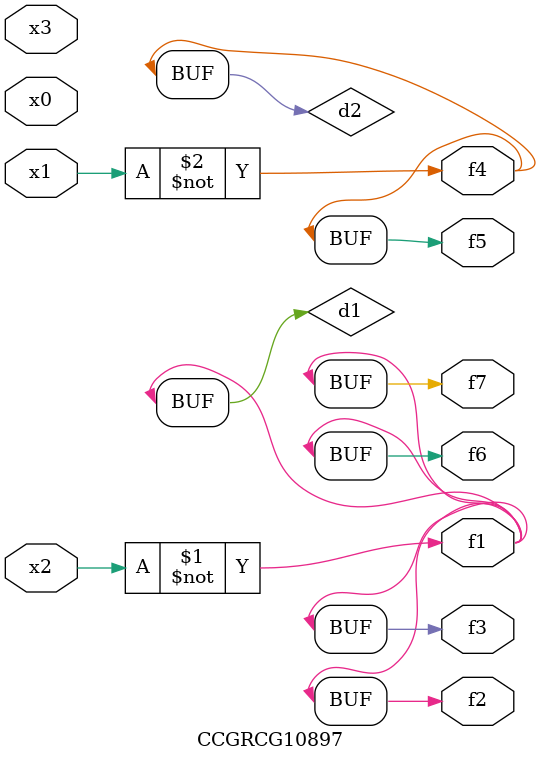
<source format=v>
module CCGRCG10897(
	input x0, x1, x2, x3,
	output f1, f2, f3, f4, f5, f6, f7
);

	wire d1, d2;

	xnor (d1, x2);
	not (d2, x1);
	assign f1 = d1;
	assign f2 = d1;
	assign f3 = d1;
	assign f4 = d2;
	assign f5 = d2;
	assign f6 = d1;
	assign f7 = d1;
endmodule

</source>
